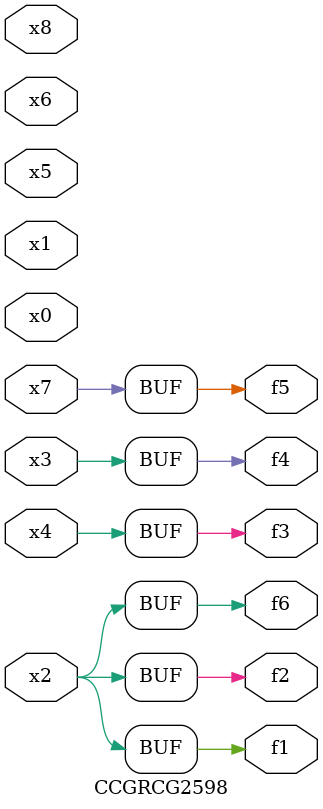
<source format=v>
module CCGRCG2598(
	input x0, x1, x2, x3, x4, x5, x6, x7, x8,
	output f1, f2, f3, f4, f5, f6
);
	assign f1 = x2;
	assign f2 = x2;
	assign f3 = x4;
	assign f4 = x3;
	assign f5 = x7;
	assign f6 = x2;
endmodule

</source>
